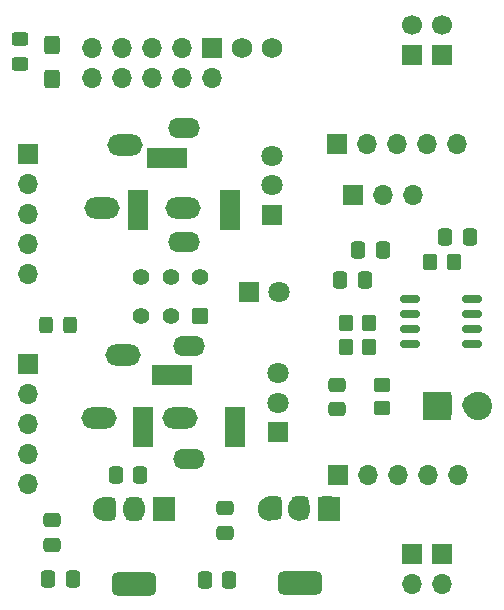
<source format=gbr>
%TF.GenerationSoftware,KiCad,Pcbnew,8.0.4*%
%TF.CreationDate,2024-08-25T20:25:00-07:00*%
%TF.ProjectId,Croissant_Offset,43726f69-7373-4616-9e74-5f4f66667365,rev?*%
%TF.SameCoordinates,Original*%
%TF.FileFunction,Soldermask,Top*%
%TF.FilePolarity,Negative*%
%FSLAX46Y46*%
G04 Gerber Fmt 4.6, Leading zero omitted, Abs format (unit mm)*
G04 Created by KiCad (PCBNEW 8.0.4) date 2024-08-25 20:25:00*
%MOMM*%
%LPD*%
G01*
G04 APERTURE LIST*
G04 Aperture macros list*
%AMRoundRect*
0 Rectangle with rounded corners*
0 $1 Rounding radius*
0 $2 $3 $4 $5 $6 $7 $8 $9 X,Y pos of 4 corners*
0 Add a 4 corners polygon primitive as box body*
4,1,4,$2,$3,$4,$5,$6,$7,$8,$9,$2,$3,0*
0 Add four circle primitives for the rounded corners*
1,1,$1+$1,$2,$3*
1,1,$1+$1,$4,$5*
1,1,$1+$1,$6,$7*
1,1,$1+$1,$8,$9*
0 Add four rect primitives between the rounded corners*
20,1,$1+$1,$2,$3,$4,$5,0*
20,1,$1+$1,$4,$5,$6,$7,0*
20,1,$1+$1,$6,$7,$8,$9,0*
20,1,$1+$1,$8,$9,$2,$3,0*%
G04 Aperture macros list end*
%ADD10RoundRect,0.250000X-0.337500X-0.475000X0.337500X-0.475000X0.337500X0.475000X-0.337500X0.475000X0*%
%ADD11R,1.700000X1.700000*%
%ADD12O,1.700000X1.700000*%
%ADD13RoundRect,0.250000X0.337500X0.475000X-0.337500X0.475000X-0.337500X-0.475000X0.337500X-0.475000X0*%
%ADD14RoundRect,0.250000X0.350000X0.450000X-0.350000X0.450000X-0.350000X-0.450000X0.350000X-0.450000X0*%
%ADD15R,1.800000X1.800000*%
%ADD16C,1.800000*%
%ADD17R,1.905000X2.000000*%
%ADD18O,1.905000X2.000000*%
%ADD19RoundRect,0.250000X-0.350000X-0.450000X0.350000X-0.450000X0.350000X0.450000X-0.350000X0.450000X0*%
%ADD20RoundRect,0.250000X-0.620000X-0.620000X0.620000X-0.620000X0.620000X0.620000X-0.620000X0.620000X0*%
%ADD21C,1.740000*%
%ADD22R,1.800000X3.500000*%
%ADD23R,3.500000X1.800000*%
%ADD24RoundRect,0.250000X0.475000X-0.337500X0.475000X0.337500X-0.475000X0.337500X-0.475000X-0.337500X0*%
%ADD25O,2.700000X1.700000*%
%ADD26RoundRect,0.250000X-0.325000X-0.450000X0.325000X-0.450000X0.325000X0.450000X-0.325000X0.450000X0*%
%ADD27RoundRect,0.250000X-0.425000X0.537500X-0.425000X-0.537500X0.425000X-0.537500X0.425000X0.537500X0*%
%ADD28RoundRect,0.375000X-0.375000X0.625000X-0.375000X-0.625000X0.375000X-0.625000X0.375000X0.625000X0*%
%ADD29RoundRect,0.500000X-1.400000X0.500000X-1.400000X-0.500000X1.400000X-0.500000X1.400000X0.500000X0*%
%ADD30C,1.700000*%
%ADD31R,2.400000X2.400000*%
%ADD32C,2.400000*%
%ADD33RoundRect,0.250000X-0.475000X0.337500X-0.475000X-0.337500X0.475000X-0.337500X0.475000X0.337500X0*%
%ADD34RoundRect,0.250000X-0.450000X0.350000X-0.450000X-0.350000X0.450000X-0.350000X0.450000X0.350000X0*%
%ADD35RoundRect,0.250000X0.450000X0.450000X-0.450000X0.450000X-0.450000X-0.450000X0.450000X-0.450000X0*%
%ADD36C,1.400000*%
%ADD37RoundRect,0.150000X-0.675000X-0.150000X0.675000X-0.150000X0.675000X0.150000X-0.675000X0.150000X0*%
%ADD38C,0.100000*%
%ADD39O,3.000000X1.800000*%
%ADD40RoundRect,0.250000X0.450000X-0.325000X0.450000X0.325000X-0.450000X0.325000X-0.450000X-0.325000X0*%
G04 APERTURE END LIST*
D10*
%TO.C,C10*%
X77966275Y-66040000D03*
X80041275Y-66040000D03*
%TD*%
D11*
%TO.C,P2*%
X65540000Y-49000000D03*
D12*
X65540000Y-51540000D03*
X55380000Y-49000000D03*
X55380000Y-51540000D03*
X63000000Y-49000000D03*
X60460000Y-49000000D03*
X57920000Y-49000000D03*
X63000000Y-51540000D03*
X60460000Y-51540000D03*
X57920000Y-51540000D03*
%TD*%
D13*
%TO.C,C5*%
X59518449Y-85100156D03*
X57443449Y-85100156D03*
%TD*%
D14*
%TO.C,R6*%
X78908606Y-72278105D03*
X76908606Y-72278105D03*
%TD*%
D13*
%TO.C,C14*%
X87397500Y-65000000D03*
X85322500Y-65000000D03*
%TD*%
D15*
%TO.C,D6*%
X68671500Y-69634025D03*
D16*
X71211500Y-69634025D03*
%TD*%
D17*
%TO.C,U1*%
X75510324Y-87983999D03*
D18*
X72970324Y-87983999D03*
X70430324Y-87983999D03*
%TD*%
D14*
%TO.C,R5*%
X78895578Y-74299061D03*
X76895578Y-74299061D03*
%TD*%
D19*
%TO.C,R4*%
X84067497Y-67121656D03*
X86067497Y-67121656D03*
%TD*%
D11*
%TO.C,J5*%
X77472723Y-61460000D03*
D12*
X80012723Y-61460000D03*
X82552723Y-61460000D03*
%TD*%
D20*
%TO.C,P1*%
X65540000Y-49000000D03*
D21*
X68080000Y-49000000D03*
X70620000Y-49000000D03*
%TD*%
D22*
%TO.C,J4*%
X59718449Y-81100156D03*
D23*
X62218449Y-76700156D03*
D22*
X67518449Y-81100156D03*
%TD*%
D24*
%TO.C,C12*%
X76200000Y-79545000D03*
X76200000Y-77470000D03*
%TD*%
D25*
%TO.C,RV1*%
X63188260Y-65385027D03*
X63188260Y-55785027D03*
D15*
X70688260Y-63085027D03*
D16*
X70688260Y-60585027D03*
X70688260Y-58085027D03*
%TD*%
D13*
%TO.C,C9*%
X53772843Y-93968688D03*
X51697843Y-93968688D03*
%TD*%
D26*
%TO.C,D1*%
X51519020Y-72460861D03*
X53569020Y-72460861D03*
%TD*%
D27*
%TO.C,C3*%
X51995534Y-48684028D03*
X51995534Y-51559028D03*
%TD*%
D28*
%TO.C,U3*%
X61306548Y-88028448D03*
X59006548Y-88028448D03*
D29*
X59006548Y-94328448D03*
D28*
X56706548Y-88028448D03*
%TD*%
D30*
%TO.C,P9*%
X85087855Y-46990000D03*
D11*
X85087855Y-49530000D03*
%TD*%
D31*
%TO.C,J7*%
X84597376Y-79246295D03*
D32*
X88097376Y-79246295D03*
%TD*%
D11*
%TO.C,P8*%
X82544110Y-91788250D03*
D12*
X82544110Y-94328250D03*
%TD*%
D11*
%TO.C,P10*%
X85090000Y-91794963D03*
D12*
X85090000Y-94334963D03*
%TD*%
D33*
%TO.C,C7*%
X52000000Y-88962500D03*
X52000000Y-91037500D03*
%TD*%
D11*
%TO.C,A1*%
X76191276Y-57069118D03*
D12*
X78731276Y-57069118D03*
X81271276Y-57069118D03*
X83811276Y-57069118D03*
X86351276Y-57069118D03*
%TD*%
D30*
%TO.C,P7*%
X82541276Y-47000868D03*
D11*
X82541276Y-49540868D03*
%TD*%
%TO.C,A4*%
X50000000Y-75714262D03*
D12*
X50000000Y-78254262D03*
X50000000Y-80794262D03*
X50000000Y-83334262D03*
X50000000Y-85874262D03*
%TD*%
D11*
%TO.C,A2*%
X76208801Y-85090000D03*
D12*
X78748801Y-85090000D03*
X81288801Y-85090000D03*
X83828801Y-85090000D03*
X86368801Y-85090000D03*
%TD*%
D11*
%TO.C,A3*%
X50013691Y-57939292D03*
D12*
X50013691Y-60479292D03*
X50013691Y-63019292D03*
X50013691Y-65559292D03*
X50013691Y-68099292D03*
%TD*%
D34*
%TO.C,R7*%
X80010000Y-77470000D03*
X80010000Y-79470000D03*
%TD*%
D35*
%TO.C,SW1*%
X64582831Y-71624680D03*
D36*
X62082831Y-71624680D03*
X59582831Y-71624680D03*
X59582831Y-68324680D03*
X62082831Y-68324680D03*
X64582831Y-68324680D03*
%TD*%
D28*
%TO.C,U4*%
X75300000Y-87964264D03*
X73000000Y-87964264D03*
D29*
X73000000Y-94264264D03*
D28*
X70700000Y-87964264D03*
%TD*%
D33*
%TO.C,C6*%
X66706548Y-87925000D03*
X66706548Y-90000000D03*
%TD*%
D10*
%TO.C,C8*%
X64962500Y-94000000D03*
X67037500Y-94000000D03*
%TD*%
D25*
%TO.C,RV2*%
X63656922Y-83813864D03*
X63656922Y-74213864D03*
D15*
X71156922Y-81513864D03*
D16*
X71156922Y-79013864D03*
X71156922Y-76513864D03*
%TD*%
D37*
%TO.C,U5*%
X82380000Y-70257280D03*
X82380000Y-71527280D03*
X82380000Y-72797280D03*
X82380000Y-74067280D03*
X87630000Y-74067280D03*
X87630000Y-72797280D03*
X87630000Y-71527280D03*
X87630000Y-70257280D03*
%TD*%
D17*
%TO.C,U2*%
X61503159Y-87983999D03*
D18*
X58963159Y-87983999D03*
X56423159Y-87983999D03*
%TD*%
D38*
%TO.C,J1*%
X61741109Y-59859364D03*
D39*
X58251109Y-57209364D03*
X56297109Y-62509364D03*
X63155109Y-62509364D03*
%TD*%
D10*
%TO.C,C11*%
X76432500Y-68580000D03*
X78507500Y-68580000D03*
%TD*%
D22*
%TO.C,J3*%
X59292981Y-62697583D03*
D23*
X61792981Y-58297583D03*
D22*
X67092981Y-62697583D03*
%TD*%
D38*
%TO.C,J2*%
X61490000Y-77650000D03*
D39*
X58000000Y-75000000D03*
X56046000Y-80300000D03*
X62904000Y-80300000D03*
%TD*%
D11*
%TO.C,J6*%
X85090000Y-79240686D03*
D12*
X87630000Y-79240686D03*
%TD*%
D40*
%TO.C,D4*%
X49342599Y-50298883D03*
X49342599Y-48248883D03*
%TD*%
M02*

</source>
